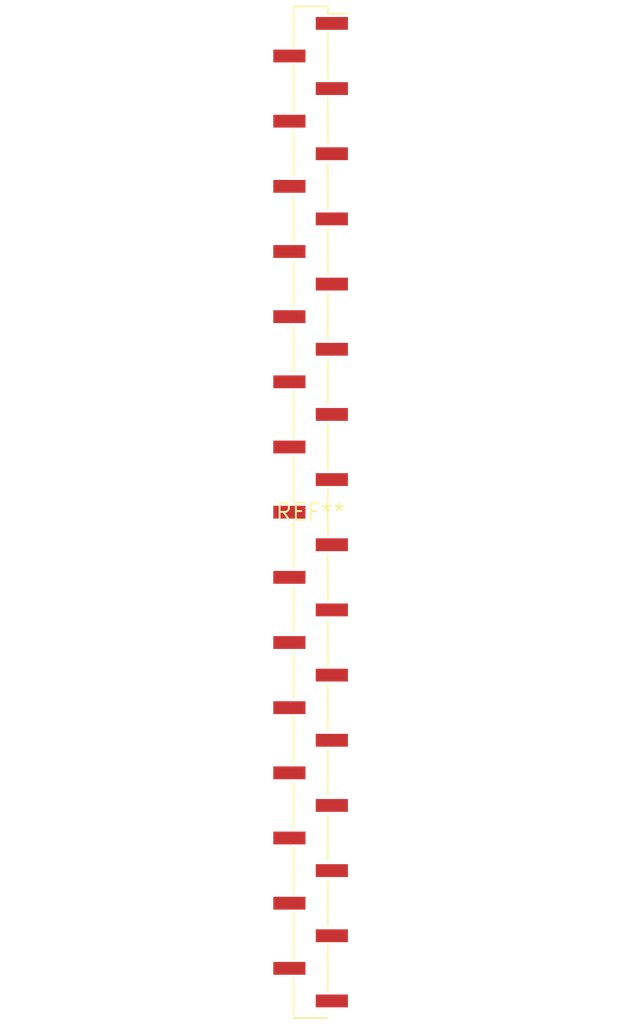
<source format=kicad_pcb>
(kicad_pcb (version 20240108) (generator pcbnew)
  (layers (0 "F.Cu" signal) (31 "B.Cu" signal) (34 "B.Paste" user) (35 "F.Paste" user) (36 "B.SilkS" user "B.Silkscreen") (37 "F.SilkS" user "F.Silkscreen") (38 "B.Mask" user) (39 "F.Mask" user) (44 "Edge.Cuts" user))
  (net 0 "")
  (footprint "PinHeader_1x31_P2.54mm_Vertical_SMD_Pin1Right" (layer "F.Cu") (at 0 0)
    (property "Reference" "REF**")
    (property "Value" "PinHeader_1x31_P2.54mm_Vertical_SMD_Pin1Right")
    (fp_line (start -1.33 -39.43) (end -1.33 -36.32) (layer "F.SilkS") (stroke (width 0.12)))
    (fp_line (start -1.33 -39.43) (end 1.33 -39.43) (layer "F.SilkS") (stroke (width 0.12)))
    (fp_line (start -1.33 -34.8) (end -1.33 -31.24) (layer "F.SilkS") (stroke (width 0.12)))
    (fp_line (start -1.33 -29.72) (end -1.33 -26.16) (layer "F.SilkS") (stroke (width 0.12)))
    (fp_line (start -1.33 -24.64) (end -1.33 -21.08) (layer "F.SilkS") (stroke (width 0.12)))
    (fp_line (start -1.33 -19.56) (end -1.33 -16) (layer "F.SilkS") (stroke (width 0.12)))
    (fp_line (start -1.33 -14.48) (end -1.33 -10.92) (layer "F.SilkS") (stroke (width 0.12)))
    (fp_line (start -1.33 -9.4) (end -1.33 -5.84) (layer "F.SilkS") (stroke (width 0.12)))
    (fp_line (start -1.33 -4.32) (end -1.33 -0.76) (layer "F.SilkS") (stroke (width 0.12)))
    (fp_line (start -1.33 0.76) (end -1.33 4.32) (layer "F.SilkS") (stroke (width 0.12)))
    (fp_line (start -1.33 5.84) (end -1.33 9.4) (layer "F.SilkS") (stroke (width 0.12)))
    (fp_line (start -1.33 10.92) (end -1.33 14.48) (layer "F.SilkS") (stroke (width 0.12)))
    (fp_line (start -1.33 16) (end -1.33 19.56) (layer "F.SilkS") (stroke (width 0.12)))
    (fp_line (start -1.33 21.08) (end -1.33 24.64) (layer "F.SilkS") (stroke (width 0.12)))
    (fp_line (start -1.33 26.16) (end -1.33 29.72) (layer "F.SilkS") (stroke (width 0.12)))
    (fp_line (start -1.33 31.24) (end -1.33 34.8) (layer "F.SilkS") (stroke (width 0.12)))
    (fp_line (start -1.33 36.32) (end -1.33 39.43) (layer "F.SilkS") (stroke (width 0.12)))
    (fp_line (start -1.33 38.86) (end -1.33 39.43) (layer "F.SilkS") (stroke (width 0.12)))
    (fp_line (start -1.33 39.43) (end 1.33 39.43) (layer "F.SilkS") (stroke (width 0.12)))
    (fp_line (start 1.33 -39.43) (end 1.33 -38.86) (layer "F.SilkS") (stroke (width 0.12)))
    (fp_line (start 1.33 -38.86) (end 2.85 -38.86) (layer "F.SilkS") (stroke (width 0.12)))
    (fp_line (start 1.33 -37.34) (end 1.33 -33.78) (layer "F.SilkS") (stroke (width 0.12)))
    (fp_line (start 1.33 -32.26) (end 1.33 -28.7) (layer "F.SilkS") (stroke (width 0.12)))
    (fp_line (start 1.33 -27.18) (end 1.33 -23.62) (layer "F.SilkS") (stroke (width 0.12)))
    (fp_line (start 1.33 -22.1) (end 1.33 -18.54) (layer "F.SilkS") (stroke (width 0.12)))
    (fp_line (start 1.33 -17.02) (end 1.33 -13.46) (layer "F.SilkS") (stroke (width 0.12)))
    (fp_line (start 1.33 -11.94) (end 1.33 -8.38) (layer "F.SilkS") (stroke (width 0.12)))
    (fp_line (start 1.33 -6.86) (end 1.33 -3.3) (layer "F.SilkS") (stroke (width 0.12)))
    (fp_line (start 1.33 -1.78) (end 1.33 1.78) (layer "F.SilkS") (stroke (width 0.12)))
    (fp_line (start 1.33 3.3) (end 1.33 6.86) (layer "F.SilkS") (stroke (width 0.12)))
    (fp_line (start 1.33 8.38) (end 1.33 11.94) (layer "F.SilkS") (stroke (width 0.12)))
    (fp_line (start 1.33 13.46) (end 1.33 17.02) (layer "F.SilkS") (stroke (width 0.12)))
    (fp_line (start 1.33 18.54) (end 1.33 22.1) (layer "F.SilkS") (stroke (width 0.12)))
    (fp_line (start 1.33 23.62) (end 1.33 27.18) (layer "F.SilkS") (stroke (width 0.12)))
    (fp_line (start 1.33 28.7) (end 1.33 32.26) (layer "F.SilkS") (stroke (width 0.12)))
    (fp_line (start 1.33 33.78) (end 1.33 37.34) (layer "F.SilkS") (stroke (width 0.12)))
    (pad "1" smd rect (at 1.655 -38.1) (size 2.51 1) (layers "F.Cu" "F.Paste" "F.Mask"))
    (pad "2" smd rect (at -1.655 -35.56) (size 2.51 1) (layers "F.Cu" "F.Paste" "F.Mask"))
    (pad "3" smd rect (at 1.655 -33.02) (size 2.51 1) (layers "F.Cu" "F.Paste" "F.Mask"))
    (pad "4" smd rect (at -1.655 -30.48) (size 2.51 1) (layers "F.Cu" "F.Paste" "F.Mask"))
    (pad "5" smd rect (at 1.655 -27.94) (size 2.51 1) (layers "F.Cu" "F.Paste" "F.Mask"))
    (pad "6" smd rect (at -1.655 -25.4) (size 2.51 1) (layers "F.Cu" "F.Paste" "F.Mask"))
    (pad "7" smd rect (at 1.655 -22.86) (size 2.51 1) (layers "F.Cu" "F.Paste" "F.Mask"))
    (pad "8" smd rect (at -1.655 -20.32) (size 2.51 1) (layers "F.Cu" "F.Paste" "F.Mask"))
    (pad "9" smd rect (at 1.655 -17.78) (size 2.51 1) (layers "F.Cu" "F.Paste" "F.Mask"))
    (pad "10" smd rect (at -1.655 -15.24) (size 2.51 1) (layers "F.Cu" "F.Paste" "F.Mask"))
    (pad "11" smd rect (at 1.655 -12.7) (size 2.51 1) (layers "F.Cu" "F.Paste" "F.Mask"))
    (pad "12" smd rect (at -1.655 -10.16) (size 2.51 1) (layers "F.Cu" "F.Paste" "F.Mask"))
    (pad "13" smd rect (at 1.655 -7.62) (size 2.51 1) (layers "F.Cu" "F.Paste" "F.Mask"))
    (pad "14" smd rect (at -1.655 -5.08) (size 2.51 1) (layers "F.Cu" "F.Paste" "F.Mask"))
    (pad "15" smd rect (at 1.655 -2.54) (size 2.51 1) (layers "F.Cu" "F.Paste" "F.Mask"))
    (pad "16" smd rect (at -1.655 0) (size 2.51 1) (layers "F.Cu" "F.Paste" "F.Mask"))
    (pad "17" smd rect (at 1.655 2.54) (size 2.51 1) (layers "F.Cu" "F.Paste" "F.Mask"))
    (pad "18" smd rect (at -1.655 5.08) (size 2.51 1) (layers "F.Cu" "F.Paste" "F.Mask"))
    (pad "19" smd rect (at 1.655 7.62) (size 2.51 1) (layers "F.Cu" "F.Paste" "F.Mask"))
    (pad "20" smd rect (at -1.655 10.16) (size 2.51 1) (layers "F.Cu" "F.Paste" "F.Mask"))
    (pad "21" smd rect (at 1.655 12.7) (size 2.51 1) (layers "F.Cu" "F.Paste" "F.Mask"))
    (pad "22" smd rect (at -1.655 15.24) (size 2.51 1) (layers "F.Cu" "F.Paste" "F.Mask"))
    (pad "23" smd rect (at 1.655 17.78) (size 2.51 1) (layers "F.Cu" "F.Paste" "F.Mask"))
    (pad "24" smd rect (at -1.655 20.32) (size 2.51 1) (layers "F.Cu" "F.Paste" "F.Mask"))
    (pad "25" smd rect (at 1.655 22.86) (size 2.51 1) (layers "F.Cu" "F.Paste" "F.Mask"))
    (pad "26" smd rect (at -1.655 25.4) (size 2.51 1) (layers "F.Cu" "F.Paste" "F.Mask"))
    (pad "27" smd rect (at 1.655 27.94) (size 2.51 1) (layers "F.Cu" "F.Paste" "F.Mask"))
    (pad "28" smd rect (at -1.655 30.48) (size 2.51 1) (layers "F.Cu" "F.Paste" "F.Mask"))
    (pad "29" smd rect (at 1.655 33.02) (size 2.51 1) (layers "F.Cu" "F.Paste" "F.Mask"))
    (pad "30" smd rect (at -1.655 35.56) (size 2.51 1) (layers "F.Cu" "F.Paste" "F.Mask"))
    (pad "31" smd rect (at 1.655 38.1) (size 2.51 1) (layers "F.Cu" "F.Paste" "F.Mask"))
  )
)
</source>
